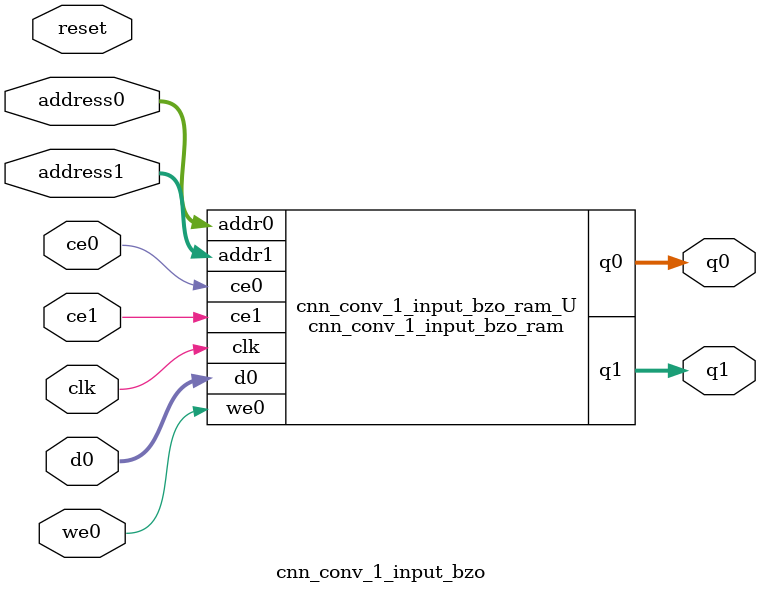
<source format=v>
`timescale 1 ns / 1 ps
module cnn_conv_1_input_bzo_ram (addr0, ce0, d0, we0, q0, addr1, ce1, q1,  clk);

parameter DWIDTH = 14;
parameter AWIDTH = 5;
parameter MEM_SIZE = 28;

input[AWIDTH-1:0] addr0;
input ce0;
input[DWIDTH-1:0] d0;
input we0;
output reg[DWIDTH-1:0] q0;
input[AWIDTH-1:0] addr1;
input ce1;
output reg[DWIDTH-1:0] q1;
input clk;

(* ram_style = "distributed" *)reg [DWIDTH-1:0] ram[0:MEM_SIZE-1];




always @(posedge clk)  
begin 
    if (ce0) 
    begin
        if (we0) 
        begin 
            ram[addr0] <= d0; 
        end 
        q0 <= ram[addr0];
    end
end


always @(posedge clk)  
begin 
    if (ce1) 
    begin
        q1 <= ram[addr1];
    end
end


endmodule

`timescale 1 ns / 1 ps
module cnn_conv_1_input_bzo(
    reset,
    clk,
    address0,
    ce0,
    we0,
    d0,
    q0,
    address1,
    ce1,
    q1);

parameter DataWidth = 32'd14;
parameter AddressRange = 32'd28;
parameter AddressWidth = 32'd5;
input reset;
input clk;
input[AddressWidth - 1:0] address0;
input ce0;
input we0;
input[DataWidth - 1:0] d0;
output[DataWidth - 1:0] q0;
input[AddressWidth - 1:0] address1;
input ce1;
output[DataWidth - 1:0] q1;



cnn_conv_1_input_bzo_ram cnn_conv_1_input_bzo_ram_U(
    .clk( clk ),
    .addr0( address0 ),
    .ce0( ce0 ),
    .we0( we0 ),
    .d0( d0 ),
    .q0( q0 ),
    .addr1( address1 ),
    .ce1( ce1 ),
    .q1( q1 ));

endmodule


</source>
